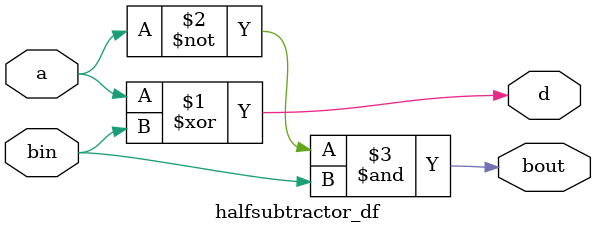
<source format=v>
`timescale 1ns / 1ps


module halfsubtractor_df(d,bout,a,bin);
output d,bout;
input a,bin;

assign d = a^bin;

assign bout = ~(a)&bin;

endmodule

</source>
